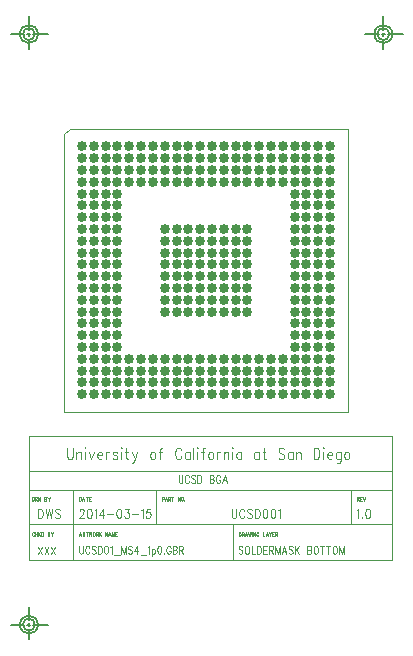
<source format=gbr>
*
*
G04 PADS 9.5 Build Number: 522968 generated Gerber (RS-274-X) file*
G04 PC Version=2.1*
*
%IN "UCSD001-BGA_5mm_2014-03"*%
*
%MOMM*%
*
%FSLAX33Y33*%
*
*
*
*
G04 PC Standard Apertures*
*
*
G04 Thermal Relief Aperture macro.*
%AMTER*
1,1,$1,0,0*
1,0,$1-$2,0,0*
21,0,$3,$4,0,0,45*
21,0,$3,$4,0,0,135*
%
*
*
G04 Annular Aperture macro.*
%AMANN*
1,1,$1,0,0*
1,0,$2,0,0*
%
*
*
G04 Odd Aperture macro.*
%AMODD*
1,1,$1,0,0*
1,0,$1-0.005,0,0*
%
*
*
G04 PC Custom Aperture Macros*
*
*
*
*
*
*
G04 PC Aperture Table*
*
%ADD010C,0.0254*%
%ADD013C,0.05*%
%ADD018C,0.1*%
%ADD023C,0.08814*%
%ADD024C,0.1778*%
%ADD026C,0.854*%
*
*
*
*
G04 PC Circuitry*
G04 Layer Name UCSD001-BGA_5mm_2014-03 - circuitry*
%LPD*%
*
*
G04 PC Custom Flashes*
G04 Layer Name UCSD001-BGA_5mm_2014-03 - flashes*
%LPD*%
*
*
G04 PC Circuitry*
G04 Layer Name UCSD001-BGA_5mm_2014-03 - circuitry*
%LPD*%
*
G54D10*
G54D13*
G01X162762Y130828D02*
Y130500D01*
Y130828D02*
X162864D01*
X162864D02*
X162898Y130812D01*
X162898D02*
X162910Y130796D01*
X162910D02*
X162921Y130765D01*
X162921D02*
Y130734D01*
X162921D02*
X162910Y130703D01*
X162898Y130687*
X162898D02*
X162864Y130671D01*
X162864D02*
X162762D01*
X162842D02*
X162921Y130500D01*
X163023Y130828D02*
Y130500D01*
Y130828D02*
X163171D01*
X163023Y130671D02*
X163114D01*
X163023Y130500D02*
X163171D01*
X163273Y130828D02*
X163364Y130500D01*
X163455Y130828D02*
X163364Y130500D01*
X152762Y127828D02*
Y127500D01*
Y127828D02*
X152842D01*
X152876Y127812*
X152876D02*
X152898Y127781D01*
X152898D02*
X152910Y127750D01*
X152921Y127703*
X152921D02*
Y127625D01*
X152921D02*
X152910Y127578D01*
X152898Y127546*
X152898D02*
X152876Y127515D01*
X152876D02*
X152842Y127500D01*
X152762*
X153023Y127828D02*
Y127500D01*
Y127828D02*
X153126D01*
X153160Y127812*
X153160D02*
X153171Y127796D01*
X153171D02*
X153182Y127765D01*
X153182D02*
Y127734D01*
X153182D02*
X153171Y127703D01*
X153171D02*
X153160Y127687D01*
X153160D02*
X153126Y127671D01*
X153126D02*
X153023D01*
X153103D02*
X153182Y127500D01*
X153376Y127828D02*
X153285Y127500D01*
X153376Y127828D02*
X153467Y127500D01*
X153319Y127609D02*
X153432D01*
X153569Y127828D02*
X153626Y127500D01*
X153682Y127828D02*
X153626Y127500D01*
X153682Y127828D02*
X153739Y127500D01*
X153796Y127828D02*
X153739Y127500D01*
X153898Y127828D02*
Y127500D01*
X154001Y127828D02*
Y127500D01*
Y127828D02*
X154160Y127500D01*
Y127828D02*
Y127500D01*
X154432Y127750D02*
X154421Y127781D01*
X154421D02*
X154398Y127812D01*
X154398D02*
X154376Y127828D01*
X154330*
X154330D02*
X154307Y127812D01*
X154307D02*
X154285Y127781D01*
X154273Y127750*
X154273D02*
X154262Y127703D01*
Y127625*
X154273Y127578*
X154273D02*
X154285Y127546D01*
X154285D02*
X154307Y127515D01*
X154307D02*
X154330Y127500D01*
X154330D02*
X154376D01*
X154398Y127515*
X154398D02*
X154421Y127546D01*
X154421D02*
X154432Y127578D01*
X154432D02*
Y127625D01*
X154376D02*
X154432D01*
X154796Y127828D02*
Y127500D01*
X154796D02*
X154932D01*
X155126Y127828D02*
X155035Y127500D01*
X155126Y127828D02*
X155217Y127500D01*
X155069Y127609D02*
X155182D01*
X155319Y127828D02*
X155410Y127671D01*
X155410D02*
Y127500D01*
X155501Y127828D02*
X155410Y127671D01*
X155603Y127828D02*
Y127500D01*
Y127828D02*
X155751D01*
X155603Y127671D02*
X155694D01*
X155603Y127500D02*
X155751D01*
X155853Y127828D02*
Y127500D01*
Y127828D02*
X155955D01*
X155955D02*
X155989Y127812D01*
X155989D02*
X156001Y127796D01*
X156001D02*
X156012Y127765D01*
X156012D02*
Y127734D01*
X156001Y127703*
X155989Y127687*
X155989D02*
X155955Y127671D01*
X155955D02*
X155853D01*
X155932D02*
X156012Y127500D01*
X146262Y130828D02*
Y130500D01*
Y130828D02*
X146364D01*
X146364D02*
X146398Y130812D01*
X146398D02*
X146410Y130796D01*
X146410D02*
X146421Y130765D01*
X146421D02*
Y130718D01*
X146421D02*
X146410Y130687D01*
X146410D02*
X146398Y130671D01*
X146398D02*
X146364Y130656D01*
X146364D02*
X146262D01*
X146614Y130828D02*
X146523Y130500D01*
X146614Y130828D02*
X146705Y130500D01*
X146557Y130609D02*
X146671D01*
X146807Y130828D02*
Y130500D01*
Y130828D02*
X146910D01*
X146944Y130812*
X146944D02*
X146955Y130796D01*
X146955D02*
X146967Y130765D01*
X146967D02*
Y130734D01*
X146955Y130703*
X146955D02*
X146944Y130687D01*
X146944D02*
X146910Y130671D01*
X146910D02*
X146807D01*
X146887D02*
X146967Y130500D01*
X147148Y130828D02*
Y130500D01*
X147069Y130828D02*
X147228D01*
X147592D02*
Y130500D01*
Y130828D02*
X147751Y130500D01*
Y130828D02*
Y130500D01*
X147921Y130828D02*
X147898Y130812D01*
X147898D02*
X147876Y130781D01*
X147864Y130750*
X147864D02*
X147853Y130703D01*
Y130625*
X147864Y130578*
X147864D02*
X147876Y130546D01*
X147876D02*
X147898Y130515D01*
X147898D02*
X147921Y130500D01*
X147921D02*
X147967D01*
X147989Y130515*
X147989D02*
X148012Y130546D01*
X148012D02*
X148023Y130578D01*
X148023D02*
X148035Y130625D01*
Y130703*
X148023Y130750*
X148023D02*
X148012Y130781D01*
X147989Y130812*
X147989D02*
X147967Y130828D01*
X147921*
X148148Y130531D02*
X148137Y130515D01*
X148137D02*
X148148Y130500D01*
X148148D02*
X148160Y130515D01*
X148160D02*
X148148Y130531D01*
X139353Y127828D02*
X139262Y127500D01*
X139353Y127828D02*
X139444Y127500D01*
X139296Y127609D02*
X139410D01*
X139546Y127828D02*
Y127500D01*
Y127828D02*
X139648D01*
X139648D02*
X139682Y127812D01*
X139682D02*
X139694Y127796D01*
X139694D02*
X139705Y127765D01*
X139705D02*
Y127734D01*
X139705D02*
X139694Y127703D01*
X139682Y127687*
X139682D02*
X139648Y127671D01*
X139648D02*
X139546D01*
X139626D02*
X139705Y127500D01*
X139887Y127828D02*
Y127500D01*
X139807Y127828D02*
X139967D01*
X140069D02*
X140126Y127500D01*
X140182Y127828D02*
X140126Y127500D01*
X140182Y127828D02*
X140239Y127500D01*
X140296Y127828D02*
X140239Y127500D01*
X140467Y127828D02*
X140444Y127812D01*
X140444D02*
X140421Y127781D01*
X140421D02*
X140410Y127750D01*
X140398Y127703*
X140398D02*
Y127625D01*
X140398D02*
X140410Y127578D01*
X140421Y127546*
X140421D02*
X140444Y127515D01*
X140444D02*
X140467Y127500D01*
X140512*
X140535Y127515*
X140535D02*
X140557Y127546D01*
X140557D02*
X140569Y127578D01*
X140580Y127625*
X140580D02*
Y127703D01*
X140580D02*
X140569Y127750D01*
X140557Y127781*
X140557D02*
X140535Y127812D01*
X140535D02*
X140512Y127828D01*
X140467*
X140682D02*
Y127500D01*
Y127828D02*
X140785D01*
X140819Y127812*
X140819D02*
X140830Y127796D01*
X140830D02*
X140842Y127765D01*
X140842D02*
Y127734D01*
X140830Y127703*
X140830D02*
X140819Y127687D01*
X140819D02*
X140785Y127671D01*
X140785D02*
X140682D01*
X140762D02*
X140842Y127500D01*
X140944Y127828D02*
Y127500D01*
X141103Y127828D02*
X140944Y127609D01*
X141001Y127687D02*
X141103Y127500D01*
X141467Y127828D02*
Y127500D01*
Y127828D02*
X141626Y127500D01*
Y127828D02*
Y127500D01*
X141819Y127828D02*
X141728Y127500D01*
X141819Y127828D02*
X141910Y127500D01*
X141762Y127609D02*
X141876D01*
X142012Y127828D02*
Y127500D01*
Y127828D02*
X142103Y127500D01*
X142194Y127828D02*
X142103Y127500D01*
X142194Y127828D02*
Y127500D01*
X142296Y127828D02*
Y127500D01*
Y127828D02*
X142444D01*
X142296Y127671D02*
X142387D01*
X142296Y127500D02*
X142444D01*
X139262Y130828D02*
Y130500D01*
Y130828D02*
X139342D01*
X139376Y130812*
X139376D02*
X139398Y130781D01*
X139398D02*
X139410Y130750D01*
X139421Y130703*
X139421D02*
Y130625D01*
X139421D02*
X139410Y130578D01*
X139398Y130546*
X139398D02*
X139376Y130515D01*
X139376D02*
X139342Y130500D01*
X139262*
X139614Y130828D02*
X139523Y130500D01*
X139614Y130828D02*
X139705Y130500D01*
X139557Y130609D02*
X139671D01*
X139887Y130828D02*
Y130500D01*
X139807Y130828D02*
X139967D01*
X140069D02*
Y130500D01*
Y130828D02*
X140217D01*
X140069Y130671D02*
X140160D01*
X140069Y130500D02*
X140217D01*
X135432Y127750D02*
X135421Y127781D01*
X135421D02*
X135398Y127812D01*
X135398D02*
X135376Y127828D01*
X135330*
X135330D02*
X135307Y127812D01*
X135307D02*
X135285Y127781D01*
X135273Y127750*
X135273D02*
X135262Y127703D01*
Y127625*
X135273Y127578*
X135273D02*
X135285Y127546D01*
X135285D02*
X135307Y127515D01*
X135307D02*
X135330Y127500D01*
X135330D02*
X135376D01*
X135398Y127515*
X135398D02*
X135421Y127546D01*
X135421D02*
X135432Y127578D01*
X135535Y127828D02*
Y127500D01*
X135694Y127828D02*
Y127500D01*
X135535Y127671D02*
X135694D01*
X135796Y127828D02*
Y127500D01*
X135955Y127828D02*
X135796Y127609D01*
X135853Y127687D02*
X135955Y127500D01*
X136057Y127828D02*
Y127500D01*
Y127828D02*
X136137D01*
X136171Y127812*
X136171D02*
X136194Y127781D01*
X136205Y127750*
X136205D02*
X136217Y127703D01*
Y127625*
X136205Y127578*
X136205D02*
X136194Y127546D01*
X136194D02*
X136171Y127515D01*
X136171D02*
X136137Y127500D01*
X136057*
X136580Y127828D02*
Y127500D01*
Y127828D02*
X136682D01*
X136682D02*
X136717Y127812D01*
X136717D02*
X136728Y127796D01*
X136728D02*
X136739Y127765D01*
X136739D02*
Y127734D01*
X136739D02*
X136728Y127703D01*
X136717Y127687*
X136717D02*
X136682Y127671D01*
X136580D02*
X136682D01*
X136682D02*
X136717Y127656D01*
X136728Y127640*
X136728D02*
X136739Y127609D01*
X136739D02*
Y127562D01*
X136739D02*
X136728Y127531D01*
X136717Y127515*
X136717D02*
X136682Y127500D01*
X136682D02*
X136580D01*
X136842Y127828D02*
X136932Y127671D01*
X136932D02*
Y127500D01*
X137023Y127828D02*
X136932Y127671D01*
X135262Y130828D02*
Y130500D01*
Y130828D02*
X135342D01*
X135376Y130812*
X135376D02*
X135398Y130781D01*
X135398D02*
X135410Y130750D01*
X135421Y130703*
X135421D02*
Y130625D01*
X135421D02*
X135410Y130578D01*
X135398Y130546*
X135398D02*
X135376Y130515D01*
X135376D02*
X135342Y130500D01*
X135262*
X135523Y130828D02*
Y130500D01*
Y130828D02*
X135626D01*
X135660Y130812*
X135660D02*
X135671Y130796D01*
X135671D02*
X135682Y130765D01*
X135682D02*
Y130734D01*
X135682D02*
X135671Y130703D01*
X135671D02*
X135660Y130687D01*
X135660D02*
X135626Y130671D01*
X135626D02*
X135523D01*
X135603D02*
X135682Y130500D01*
X135785Y130828D02*
Y130500D01*
Y130828D02*
X135944Y130500D01*
Y130828D02*
Y130500D01*
X136307Y130828D02*
Y130500D01*
Y130828D02*
X136410D01*
X136444Y130812*
X136444D02*
X136455Y130796D01*
X136455D02*
X136467Y130765D01*
X136467D02*
Y130734D01*
X136455Y130703*
X136455D02*
X136444Y130687D01*
X136444D02*
X136410Y130671D01*
X136307D02*
X136410D01*
X136410D02*
X136444Y130656D01*
X136455Y130640*
X136455D02*
X136467Y130609D01*
Y130562*
X136467D02*
X136455Y130531D01*
X136455D02*
X136444Y130515D01*
X136444D02*
X136410Y130500D01*
X136307*
X136569Y130828D02*
X136660Y130671D01*
X136660D02*
Y130500D01*
X136751Y130828D02*
X136660Y130671D01*
G54D18*
X135000Y128500D02*
X138762D01*
Y131410*
X135000*
Y128500*
Y125500D02*
X138762D01*
Y128500*
X135000*
Y125500*
X138762Y128500D02*
X145762D01*
Y131410*
X138762*
Y128500*
Y125500D02*
X152262D01*
Y128500*
Y125500D02*
X165762D01*
Y128500*
X152262*
Y125500*
X145762Y128500D02*
X162262D01*
Y131410*
X145762*
Y128500*
X134999Y131410D02*
X165762D01*
Y133000*
X134999*
X134999D02*
Y131410D01*
Y133000D02*
X165762D01*
Y136000*
X134999*
X134999D02*
Y133000D01*
X163762Y128500D02*
X165762D01*
Y131410*
X162262*
Y128500*
X135762Y129820D02*
Y129000D01*
Y129820D02*
X135961D01*
X136046Y129781*
X136046D02*
X136103Y129703D01*
X136131Y129625*
X136131D02*
X136160Y129507D01*
X136160D02*
Y129312D01*
X136160D02*
X136131Y129195D01*
X136131D02*
X136103Y129117D01*
X136046Y129039*
X136046D02*
X135961Y129000D01*
X135762*
X136415Y129820D02*
X136557Y129000D01*
X136699Y129820D02*
X136557Y129000D01*
X136699Y129820D02*
X136842Y129000D01*
X136984Y129820D02*
X136842Y129000D01*
X137637Y129703D02*
X137580Y129781D01*
X137580D02*
X137495Y129820D01*
X137381*
X137381D02*
X137296Y129781D01*
X137296D02*
X137239Y129703D01*
X137239D02*
Y129625D01*
X137239D02*
X137268Y129546D01*
X137268D02*
X137296Y129507D01*
X137296D02*
X137353Y129468D01*
X137353D02*
X137523Y129390D01*
X137523D02*
X137580Y129351D01*
X137580D02*
X137609Y129312D01*
X137609D02*
X137637Y129234D01*
Y129117*
X137580Y129039*
X137580D02*
X137495Y129000D01*
X137381*
X137381D02*
X137296Y129039D01*
X137296D02*
X137239Y129117D01*
X147682Y132656D02*
Y132187D01*
X147682D02*
X147705Y132093D01*
X147705D02*
X147751Y132031D01*
X147819Y132000*
X147864*
X147864D02*
X147932Y132031D01*
X147932D02*
X147978Y132093D01*
X147978D02*
X148001Y132187D01*
X148001D02*
Y132656D01*
X148546Y132500D02*
X148523Y132562D01*
X148523D02*
X148478Y132625D01*
X148432Y132656*
X148432D02*
X148342D01*
X148296Y132625*
X148296D02*
X148251Y132562D01*
X148251D02*
X148228Y132500D01*
X148205Y132406*
X148205D02*
Y132250D01*
X148205D02*
X148228Y132156D01*
X148251Y132093*
X148251D02*
X148296Y132031D01*
X148296D02*
X148342Y132000D01*
X148432*
X148432D02*
X148478Y132031D01*
X148523Y132093*
X148523D02*
X148546Y132156D01*
X149069Y132562D02*
X149023Y132625D01*
X149023D02*
X148955Y132656D01*
X148955D02*
X148864D01*
X148864D02*
X148796Y132625D01*
X148796D02*
X148751Y132562D01*
X148751D02*
Y132500D01*
X148773Y132437*
X148773D02*
X148796Y132406D01*
X148796D02*
X148842Y132375D01*
X148978Y132312*
X148978D02*
X149023Y132281D01*
X149023D02*
X149046Y132250D01*
X149046D02*
X149069Y132187D01*
X149069D02*
Y132093D01*
X149069D02*
X149023Y132031D01*
X149023D02*
X148955Y132000D01*
X148955D02*
X148864D01*
X148864D02*
X148796Y132031D01*
X148796D02*
X148751Y132093D01*
X149273Y132656D02*
Y132000D01*
Y132656D02*
X149432D01*
X149432D02*
X149501Y132625D01*
X149546Y132562*
X149546D02*
X149569Y132500D01*
X149592Y132406*
Y132250*
X149569Y132156*
X149546Y132093*
X149546D02*
X149501Y132031D01*
X149432Y132000*
X149432D02*
X149273D01*
X150319Y132656D02*
Y132000D01*
Y132656D02*
X150523D01*
X150523D02*
X150592Y132625D01*
X150614Y132593*
X150614D02*
X150637Y132531D01*
Y132468*
X150637D02*
X150614Y132406D01*
X150614D02*
X150592Y132375D01*
X150523Y132343*
X150319D02*
X150523D01*
X150523D02*
X150592Y132312D01*
X150592D02*
X150614Y132281D01*
X150614D02*
X150637Y132218D01*
X150637D02*
Y132125D01*
X150614Y132062*
X150614D02*
X150592Y132031D01*
X150523Y132000*
X150523D02*
X150319D01*
X151182Y132500D02*
X151160Y132562D01*
X151160D02*
X151114Y132625D01*
X151114D02*
X151069Y132656D01*
X150978*
X150932Y132625*
X150932D02*
X150887Y132562D01*
X150887D02*
X150864Y132500D01*
X150864D02*
X150842Y132406D01*
Y132250*
X150864Y132156*
X150864D02*
X150887Y132093D01*
X150887D02*
X150932Y132031D01*
X150932D02*
X150978Y132000D01*
X151069*
X151114Y132031*
X151114D02*
X151160Y132093D01*
X151160D02*
X151182Y132156D01*
X151182D02*
Y132250D01*
X151069D02*
X151182D01*
X151569Y132656D02*
X151387Y132000D01*
X151569Y132656D02*
X151751Y132000D01*
X151455Y132218D02*
X151682D01*
X138245Y134984D02*
Y134281D01*
X138279Y134140*
X138279D02*
X138347Y134046D01*
X138347D02*
X138449Y134000D01*
X138449D02*
X138518D01*
X138620Y134046*
X138620D02*
X138688Y134140D01*
X138688D02*
X138722Y134281D01*
X138722D02*
Y134984D01*
X139029Y134656D02*
Y134000D01*
Y134468D02*
X139131Y134609D01*
X139131D02*
X139199Y134656D01*
X139199D02*
X139302D01*
X139370Y134609*
X139404Y134468*
X139404D02*
Y134000D01*
X139711Y134984D02*
X139745Y134937D01*
X139745D02*
X139779Y134984D01*
X139779D02*
X139745Y135031D01*
X139711Y134984*
X139745Y134656D02*
Y134000D01*
X140086Y134656D02*
X140290Y134000D01*
X140495Y134656D02*
X140290Y134000D01*
X140802Y134375D02*
X141211D01*
Y134468*
X141211D02*
X141177Y134562D01*
X141177D02*
X141143Y134609D01*
X141074Y134656*
X141074D02*
X140972D01*
X140972D02*
X140904Y134609D01*
X140904D02*
X140836Y134515D01*
X140836D02*
X140802Y134375D01*
Y134281*
X140836Y134140*
X140836D02*
X140904Y134046D01*
X140904D02*
X140972Y134000D01*
X140972D02*
X141074D01*
X141074D02*
X141143Y134046D01*
X141143D02*
X141211Y134140D01*
X141518Y134656D02*
Y134000D01*
Y134375D02*
X141552Y134515D01*
X141552D02*
X141620Y134609D01*
X141688Y134656*
X141688D02*
X141790D01*
X142472Y134515D02*
X142438Y134609D01*
X142438D02*
X142336Y134656D01*
X142234*
X142131Y134609*
X142131D02*
X142097Y134515D01*
X142097D02*
X142131Y134421D01*
X142131D02*
X142199Y134375D01*
X142199D02*
X142370Y134328D01*
X142438Y134281*
X142438D02*
X142472Y134187D01*
X142472D02*
Y134140D01*
X142472D02*
X142438Y134046D01*
X142438D02*
X142336Y134000D01*
X142234*
X142131Y134046*
X142131D02*
X142097Y134140D01*
X142779Y134984D02*
X142813Y134937D01*
X142813D02*
X142847Y134984D01*
X142847D02*
X142813Y135031D01*
X142813D02*
X142779Y134984D01*
X142813Y134656D02*
Y134000D01*
X143256Y134984D02*
Y134187D01*
X143256D02*
X143290Y134046D01*
X143290D02*
X143359Y134000D01*
X143427*
X143154Y134656D02*
X143393D01*
X143768D02*
X143972Y134000D01*
X144177Y134656D02*
X143972Y134000D01*
X143972D02*
X143904Y133812D01*
X143904D02*
X143836Y133718D01*
X143836D02*
X143768Y133671D01*
X143768D02*
X143734D01*
X145438Y134656D02*
X145370Y134609D01*
X145302Y134515*
X145302D02*
X145268Y134375D01*
Y134281*
X145302Y134140*
X145302D02*
X145370Y134046D01*
X145370D02*
X145438Y134000D01*
X145438D02*
X145540D01*
X145540D02*
X145609Y134046D01*
X145609D02*
X145677Y134140D01*
X145677D02*
X145711Y134281D01*
Y134375*
X145677Y134515*
X145677D02*
X145609Y134609D01*
X145540Y134656*
X145540D02*
X145438D01*
X146290Y134984D02*
X146222D01*
X146222D02*
X146154Y134937D01*
X146154D02*
X146120Y134796D01*
X146120D02*
Y134000D01*
X146018Y134656D02*
X146256D01*
X147893Y134750D02*
X147859Y134843D01*
X147859D02*
X147790Y134937D01*
X147790D02*
X147722Y134984D01*
X147722D02*
X147586D01*
X147518Y134937*
X147518D02*
X147449Y134843D01*
X147449D02*
X147415Y134750D01*
X147415D02*
X147381Y134609D01*
X147381D02*
Y134375D01*
X147381D02*
X147415Y134234D01*
X147415D02*
X147449Y134140D01*
X147449D02*
X147518Y134046D01*
X147518D02*
X147586Y134000D01*
X147722*
X147722D02*
X147790Y134046D01*
X147790D02*
X147859Y134140D01*
X147859D02*
X147893Y134234D01*
X148609Y134656D02*
Y134000D01*
Y134515D02*
X148540Y134609D01*
X148540D02*
X148472Y134656D01*
X148472D02*
X148370D01*
X148302Y134609*
X148234Y134515*
X148234D02*
X148199Y134375D01*
X148199D02*
Y134281D01*
X148199D02*
X148234Y134140D01*
X148234D02*
X148302Y134046D01*
X148302D02*
X148370Y134000D01*
X148472*
X148472D02*
X148540Y134046D01*
X148540D02*
X148609Y134140D01*
X148915Y134984D02*
Y134000D01*
X149222Y134984D02*
X149256Y134937D01*
X149256D02*
X149290Y134984D01*
X149290D02*
X149256Y135031D01*
X149256D02*
X149222Y134984D01*
X149256Y134656D02*
Y134000D01*
X149870Y134984D02*
X149802D01*
X149734Y134937*
X149734D02*
X149699Y134796D01*
X149699D02*
Y134000D01*
X149597Y134656D02*
X149836D01*
X150347D02*
X150279Y134609D01*
X150279D02*
X150211Y134515D01*
X150211D02*
X150177Y134375D01*
Y134281*
X150211Y134140*
X150211D02*
X150279Y134046D01*
X150279D02*
X150347Y134000D01*
X150347D02*
X150449D01*
X150449D02*
X150518Y134046D01*
X150518D02*
X150586Y134140D01*
X150586D02*
X150620Y134281D01*
Y134375*
X150586Y134515*
X150586D02*
X150518Y134609D01*
X150449Y134656*
X150449D02*
X150347D01*
X150927D02*
Y134000D01*
Y134375D02*
X150961Y134515D01*
X150961D02*
X151029Y134609D01*
X151029D02*
X151097Y134656D01*
X151097D02*
X151199D01*
X151506D02*
Y134000D01*
Y134468D02*
X151609Y134609D01*
X151677Y134656*
X151779*
X151779D02*
X151847Y134609D01*
X151847D02*
X151881Y134468D01*
X151881D02*
Y134000D01*
X152188Y134984D02*
X152222Y134937D01*
X152222D02*
X152256Y134984D01*
X152256D02*
X152222Y135031D01*
X152222D02*
X152188Y134984D01*
X152222Y134656D02*
Y134000D01*
X152972Y134656D02*
Y134000D01*
Y134515D02*
X152904Y134609D01*
X152904D02*
X152836Y134656D01*
X152734*
X152665Y134609*
X152665D02*
X152597Y134515D01*
X152597D02*
X152563Y134375D01*
X152563D02*
Y134281D01*
X152563D02*
X152597Y134140D01*
X152597D02*
X152665Y134046D01*
X152665D02*
X152734Y134000D01*
X152836*
X152904Y134046*
X152904D02*
X152972Y134140D01*
X154472Y134656D02*
Y134000D01*
Y134515D02*
X154404Y134609D01*
X154404D02*
X154336Y134656D01*
X154234*
X154165Y134609*
X154165D02*
X154097Y134515D01*
X154097D02*
X154063Y134375D01*
X154063D02*
Y134281D01*
X154063D02*
X154097Y134140D01*
X154097D02*
X154165Y134046D01*
X154165D02*
X154234Y134000D01*
X154336*
X154404Y134046*
X154404D02*
X154472Y134140D01*
X154881Y134984D02*
Y134187D01*
X154881D02*
X154915Y134046D01*
X154915D02*
X154984Y134000D01*
X155052*
X154779Y134656D02*
X155018D01*
X156620Y134843D02*
X156552Y134937D01*
X156552D02*
X156449Y134984D01*
X156449D02*
X156313D01*
X156313D02*
X156211Y134937D01*
X156211D02*
X156143Y134843D01*
X156143D02*
Y134750D01*
X156177Y134656*
X156211Y134609*
X156279Y134562*
X156279D02*
X156484Y134468D01*
X156484D02*
X156552Y134421D01*
X156552D02*
X156586Y134375D01*
X156620Y134281*
Y134140*
X156620D02*
X156552Y134046D01*
X156552D02*
X156449Y134000D01*
X156449D02*
X156313D01*
X156313D02*
X156211Y134046D01*
X156211D02*
X156143Y134140D01*
X157336Y134656D02*
Y134000D01*
Y134515D02*
X157268Y134609D01*
X157199Y134656*
X157199D02*
X157097D01*
X157097D02*
X157029Y134609D01*
X157029D02*
X156961Y134515D01*
X156961D02*
X156927Y134375D01*
Y134281*
X156961Y134140*
X156961D02*
X157029Y134046D01*
X157029D02*
X157097Y134000D01*
X157097D02*
X157199D01*
X157199D02*
X157268Y134046D01*
X157268D02*
X157336Y134140D01*
X157643Y134656D02*
Y134000D01*
Y134468D02*
X157745Y134609D01*
X157813Y134656*
X157813D02*
X157915D01*
X157915D02*
X157984Y134609D01*
X158018Y134468*
X158018D02*
Y134000D01*
X159109Y134984D02*
Y134000D01*
Y134984D02*
X159347D01*
X159347D02*
X159449Y134937D01*
X159449D02*
X159518Y134843D01*
X159518D02*
X159552Y134750D01*
X159586Y134609*
Y134375*
X159552Y134234*
X159518Y134140*
X159518D02*
X159449Y134046D01*
X159449D02*
X159347Y134000D01*
X159347D02*
X159109D01*
X159893Y134984D02*
X159927Y134937D01*
X159927D02*
X159961Y134984D01*
X159927Y135031*
X159893Y134984*
X159927Y134656D02*
Y134000D01*
X160268Y134375D02*
X160677D01*
Y134468*
X160677D02*
X160643Y134562D01*
X160643D02*
X160609Y134609D01*
X160540Y134656*
X160540D02*
X160438D01*
X160438D02*
X160370Y134609D01*
X160302Y134515*
X160302D02*
X160268Y134375D01*
Y134281*
X160302Y134140*
X160302D02*
X160370Y134046D01*
X160370D02*
X160438Y134000D01*
X160438D02*
X160540D01*
X160540D02*
X160609Y134046D01*
X160609D02*
X160677Y134140D01*
X161393Y134656D02*
Y133906D01*
X161359Y133765*
X161359D02*
X161324Y133718D01*
X161324D02*
X161256Y133671D01*
X161256D02*
X161154D01*
X161154D02*
X161086Y133718D01*
X161393Y134515D02*
X161324Y134609D01*
X161324D02*
X161256Y134656D01*
X161256D02*
X161154D01*
X161154D02*
X161086Y134609D01*
X161018Y134515*
X161018D02*
X160984Y134375D01*
Y134281*
X161018Y134140*
X161018D02*
X161086Y134046D01*
X161086D02*
X161154Y134000D01*
X161154D02*
X161256D01*
X161256D02*
X161324Y134046D01*
X161324D02*
X161393Y134140D01*
X161870Y134656D02*
X161802Y134609D01*
X161734Y134515*
X161734D02*
X161699Y134375D01*
X161699D02*
Y134281D01*
X161699D02*
X161734Y134140D01*
X161734D02*
X161802Y134046D01*
X161802D02*
X161870Y134000D01*
X161972*
X161972D02*
X162040Y134046D01*
X162040D02*
X162109Y134140D01*
X162109D02*
X162143Y134281D01*
Y134375*
X162109Y134515*
X162109D02*
X162040Y134609D01*
X162040D02*
X161972Y134656D01*
X161972D02*
X161870D01*
X162762Y129664D02*
X162819Y129703D01*
X162904Y129820*
X162904D02*
Y129000D01*
X163188Y129078D02*
X163160Y129039D01*
X163188Y129000*
X163188D02*
X163217Y129039D01*
X163188Y129078*
X163643Y129820D02*
X163557Y129781D01*
X163557D02*
X163501Y129664D01*
X163472Y129468*
X163472D02*
Y129351D01*
X163472D02*
X163501Y129156D01*
X163557Y129039*
X163557D02*
X163643Y129000D01*
X163699*
X163699D02*
X163785Y129039D01*
X163842Y129156*
X163870Y129351*
X163870D02*
Y129468D01*
X163870D02*
X163842Y129664D01*
X163785Y129781*
X163699Y129820*
X163699D02*
X163643D01*
X152160D02*
Y129234D01*
X152188Y129117*
X152188D02*
X152245Y129039D01*
X152330Y129000*
X152330D02*
X152387D01*
X152472Y129039*
X152472D02*
X152529Y129117D01*
X152529D02*
X152557Y129234D01*
X152557D02*
Y129820D01*
X153239Y129625D02*
X153211Y129703D01*
X153154Y129781*
X153154D02*
X153097Y129820D01*
X153097D02*
X152984D01*
X152927Y129781*
X152870Y129703*
X152842Y129625*
X152813Y129507*
X152813D02*
Y129312D01*
X152813D02*
X152842Y129195D01*
X152870Y129117*
X152927Y129039*
X152984Y129000*
X153097*
X153097D02*
X153154Y129039D01*
X153154D02*
X153211Y129117D01*
X153239Y129195*
X153893Y129703D02*
X153836Y129781D01*
X153751Y129820*
X153637*
X153552Y129781*
X153495Y129703*
Y129625*
X153523Y129546*
X153523D02*
X153552Y129507D01*
X153552D02*
X153609Y129468D01*
X153609D02*
X153779Y129390D01*
X153779D02*
X153836Y129351D01*
X153836D02*
X153864Y129312D01*
X153864D02*
X153893Y129234D01*
Y129117*
X153836Y129039*
X153751Y129000*
X153637*
X153552Y129039*
X153495Y129117*
X154148Y129820D02*
Y129000D01*
Y129820D02*
X154347D01*
X154347D02*
X154432Y129781D01*
X154432D02*
X154489Y129703D01*
X154489D02*
X154518Y129625D01*
X154546Y129507*
X154546D02*
Y129312D01*
X154546D02*
X154518Y129195D01*
X154489Y129117*
X154489D02*
X154432Y129039D01*
X154432D02*
X154347Y129000D01*
X154347D02*
X154148D01*
X154972Y129820D02*
X154887Y129781D01*
X154830Y129664*
X154830D02*
X154802Y129468D01*
X154802D02*
Y129351D01*
X154802D02*
X154830Y129156D01*
X154830D02*
X154887Y129039D01*
X154972Y129000*
X154972D02*
X155029D01*
X155029D02*
X155114Y129039D01*
X155114D02*
X155171Y129156D01*
X155171D02*
X155199Y129351D01*
X155199D02*
Y129468D01*
X155199D02*
X155171Y129664D01*
X155171D02*
X155114Y129781D01*
X155114D02*
X155029Y129820D01*
X155029D02*
X154972D01*
X155626D02*
X155540Y129781D01*
X155540D02*
X155484Y129664D01*
X155455Y129468*
X155455D02*
Y129351D01*
X155455D02*
X155484Y129156D01*
X155540Y129039*
X155540D02*
X155626Y129000D01*
X155682*
X155682D02*
X155768Y129039D01*
X155824Y129156*
X155824D02*
X155853Y129351D01*
X155853D02*
Y129468D01*
X155853D02*
X155824Y129664D01*
X155824D02*
X155768Y129781D01*
X155682Y129820*
X155682D02*
X155626D01*
X156109Y129664D02*
X156165Y129703D01*
X156165D02*
X156251Y129820D01*
Y129000*
X139290Y129625D02*
Y129664D01*
X139290D02*
X139319Y129742D01*
X139347Y129781*
X139347D02*
X139404Y129820D01*
X139404D02*
X139518D01*
X139574Y129781*
X139574D02*
X139603Y129742D01*
X139631Y129664*
X139631D02*
Y129585D01*
X139631D02*
X139603Y129507D01*
X139603D02*
X139546Y129390D01*
X139546D02*
X139262Y129000D01*
X139660*
X140086Y129820D02*
X140001Y129781D01*
X139944Y129664*
X139915Y129468*
X139915D02*
Y129351D01*
X139915D02*
X139944Y129156D01*
X140001Y129039*
X140086Y129000*
X140143*
X140228Y129039*
X140285Y129156*
X140313Y129351*
X140313D02*
Y129468D01*
X140313D02*
X140285Y129664D01*
X140228Y129781*
X140143Y129820*
X140086*
X140569Y129664D02*
X140626Y129703D01*
X140711Y129820*
Y129000*
X141251Y129820D02*
X140967Y129273D01*
X141393*
X141251Y129820D02*
Y129000D01*
X141648Y129351D02*
X142160D01*
X142586Y129820D02*
X142501Y129781D01*
X142444Y129664*
X142415Y129468*
X142415D02*
Y129351D01*
X142415D02*
X142444Y129156D01*
X142501Y129039*
X142586Y129000*
X142643*
X142728Y129039*
X142785Y129156*
X142813Y129351*
X142813D02*
Y129468D01*
X142813D02*
X142785Y129664D01*
X142728Y129781*
X142643Y129820*
X142586*
X143126D02*
X143438D01*
X143438D02*
X143268Y129507D01*
X143268D02*
X143353D01*
X143353D02*
X143410Y129468D01*
X143410D02*
X143438Y129429D01*
X143438D02*
X143467Y129312D01*
X143467D02*
Y129234D01*
X143438Y129117*
X143438D02*
X143381Y129039D01*
X143381D02*
X143296Y129000D01*
X143296D02*
X143211D01*
X143126Y129039*
X143097Y129078*
X143097D02*
X143069Y129156D01*
X143722Y129351D02*
X144234D01*
X144489Y129664D02*
X144546Y129703D01*
X144546D02*
X144631Y129820D01*
X144631D02*
Y129000D01*
X145256Y129820D02*
X144972D01*
X144972D02*
X144944Y129468D01*
X144944D02*
X144972Y129507D01*
X144972D02*
X145057Y129546D01*
X145057D02*
X145143D01*
X145143D02*
X145228Y129507D01*
X145228D02*
X145285Y129429D01*
X145285D02*
X145313Y129312D01*
X145313D02*
X145285Y129234D01*
X145256Y129117*
X145256D02*
X145199Y129039D01*
X145199D02*
X145114Y129000D01*
X145114D02*
X145029D01*
X145029D02*
X144944Y129039D01*
X144915Y129078*
X144915D02*
X144887Y129156D01*
X135762Y126546D02*
X136074Y126000D01*
Y126546D02*
X135762Y126000D01*
X136330Y126546D02*
X136643Y126000D01*
Y126546D02*
X136330Y126000D01*
X136898Y126546D02*
X137211Y126000D01*
Y126546D02*
X136898Y126000D01*
X153080Y126562D02*
X153035Y126625D01*
X152967Y126656*
X152876*
X152807Y126625*
X152807D02*
X152762Y126562D01*
X152762D02*
Y126500D01*
X152785Y126437*
X152785D02*
X152807Y126406D01*
X152807D02*
X152853Y126375D01*
X152989Y126312*
X152989D02*
X153035Y126281D01*
X153057Y126250*
X153057D02*
X153080Y126187D01*
X153080D02*
Y126093D01*
X153080D02*
X153035Y126031D01*
X152967Y126000*
X152876*
X152807Y126031*
X152807D02*
X152762Y126093D01*
X153421Y126656D02*
X153376Y126625D01*
X153330Y126562*
X153330D02*
X153307Y126500D01*
X153307D02*
X153285Y126406D01*
Y126250*
X153307Y126156*
X153307D02*
X153330Y126093D01*
X153330D02*
X153376Y126031D01*
X153421Y126000*
X153421D02*
X153512D01*
X153557Y126031*
X153557D02*
X153603Y126093D01*
X153603D02*
X153626Y126156D01*
X153648Y126250*
X153648D02*
Y126406D01*
X153648D02*
X153626Y126500D01*
X153603Y126562*
X153603D02*
X153557Y126625D01*
X153557D02*
X153512Y126656D01*
X153421*
X153853D02*
Y126000D01*
X154126*
X154330Y126656D02*
Y126000D01*
Y126656D02*
X154489D01*
X154489D02*
X154557Y126625D01*
X154557D02*
X154603Y126562D01*
X154603D02*
X154626Y126500D01*
X154648Y126406*
X154648D02*
Y126250D01*
X154648D02*
X154626Y126156D01*
X154603Y126093*
X154603D02*
X154557Y126031D01*
X154557D02*
X154489Y126000D01*
X154489D02*
X154330D01*
X154853Y126656D02*
Y126000D01*
Y126656D02*
X155148D01*
X154853Y126343D02*
X155035D01*
X154853Y126000D02*
X155148D01*
X155353Y126656D02*
Y126000D01*
Y126656D02*
X155557D01*
X155557D02*
X155626Y126625D01*
X155648Y126593*
X155648D02*
X155671Y126531D01*
X155671D02*
Y126468D01*
X155671D02*
X155648Y126406D01*
X155648D02*
X155626Y126375D01*
X155557Y126343*
X155557D02*
X155353D01*
X155512D02*
X155671Y126000D01*
X155876Y126656D02*
Y126000D01*
Y126656D02*
X156057Y126000D01*
X156239Y126656D02*
X156057Y126000D01*
X156239Y126656D02*
Y126000D01*
X156626Y126656D02*
X156444Y126000D01*
X156626Y126656D02*
X156807Y126000D01*
X156512Y126218D02*
X156739D01*
X157330Y126562D02*
X157285Y126625D01*
X157217Y126656*
X157126*
X157057Y126625*
X157057D02*
X157012Y126562D01*
X157012D02*
Y126500D01*
X157035Y126437*
X157035D02*
X157057Y126406D01*
X157057D02*
X157103Y126375D01*
X157239Y126312*
X157239D02*
X157285Y126281D01*
X157307Y126250*
X157307D02*
X157330Y126187D01*
X157330D02*
Y126093D01*
X157330D02*
X157285Y126031D01*
X157217Y126000*
X157126*
X157057Y126031*
X157057D02*
X157012Y126093D01*
X157535Y126656D02*
Y126000D01*
X157853Y126656D02*
X157535Y126218D01*
X157648Y126375D02*
X157853Y126000D01*
X158580Y126656D02*
Y126000D01*
Y126656D02*
X158785D01*
X158853Y126625*
X158876Y126593*
X158876D02*
X158898Y126531D01*
X158898D02*
Y126468D01*
X158898D02*
X158876Y126406D01*
X158853Y126375*
X158785Y126343*
X158580D02*
X158785D01*
X158785D02*
X158853Y126312D01*
X158853D02*
X158876Y126281D01*
X158898Y126218*
X158898D02*
Y126125D01*
X158898D02*
X158876Y126062D01*
X158876D02*
X158853Y126031D01*
X158785Y126000*
X158580*
X159239Y126656D02*
X159194Y126625D01*
X159148Y126562*
X159148D02*
X159126Y126500D01*
X159103Y126406*
Y126250*
X159126Y126156*
X159148Y126093*
X159148D02*
X159194Y126031D01*
X159239Y126000*
X159239D02*
X159330D01*
X159330D02*
X159376Y126031D01*
X159421Y126093*
X159421D02*
X159444Y126156D01*
X159467Y126250*
Y126406*
X159444Y126500*
X159421Y126562*
X159421D02*
X159376Y126625D01*
X159330Y126656*
X159330D02*
X159239D01*
X159830D02*
Y126000D01*
X159671Y126656D02*
X159989D01*
X160353D02*
Y126000D01*
X160194Y126656D02*
X160512D01*
X160853D02*
X160807Y126625D01*
X160807D02*
X160762Y126562D01*
X160762D02*
X160739Y126500D01*
X160739D02*
X160717Y126406D01*
Y126250*
X160739Y126156*
X160739D02*
X160762Y126093D01*
X160762D02*
X160807Y126031D01*
X160807D02*
X160853Y126000D01*
X160944*
X160989Y126031*
X160989D02*
X161035Y126093D01*
X161035D02*
X161057Y126156D01*
X161057D02*
X161080Y126250D01*
X161080D02*
Y126406D01*
X161080D02*
X161057Y126500D01*
X161057D02*
X161035Y126562D01*
X161035D02*
X160989Y126625D01*
X160989D02*
X160944Y126656D01*
X160853*
X161285D02*
Y126000D01*
Y126656D02*
X161467Y126000D01*
X161648Y126656D02*
X161467Y126000D01*
X161648Y126656D02*
Y126000D01*
X139262Y126656D02*
Y126187D01*
X139262D02*
X139285Y126093D01*
X139285D02*
X139330Y126031D01*
X139330D02*
X139398Y126000D01*
X139398D02*
X139444D01*
X139512Y126031*
X139557Y126093*
X139557D02*
X139580Y126187D01*
X139580D02*
Y126656D01*
X140126Y126500D02*
X140103Y126562D01*
X140103D02*
X140057Y126625D01*
X140057D02*
X140012Y126656D01*
X139921*
X139921D02*
X139876Y126625D01*
X139830Y126562*
X139830D02*
X139807Y126500D01*
X139807D02*
X139785Y126406D01*
Y126250*
X139807Y126156*
X139807D02*
X139830Y126093D01*
X139830D02*
X139876Y126031D01*
X139921Y126000*
X139921D02*
X140012D01*
X140057Y126031*
X140057D02*
X140103Y126093D01*
X140103D02*
X140126Y126156D01*
X140648Y126562D02*
X140603Y126625D01*
X140535Y126656*
X140444*
X140376Y126625*
X140330Y126562*
X140330D02*
Y126500D01*
X140330D02*
X140353Y126437D01*
X140353D02*
X140376Y126406D01*
X140421Y126375*
X140421D02*
X140557Y126312D01*
X140557D02*
X140603Y126281D01*
X140626Y126250*
X140648Y126187*
X140648D02*
Y126093D01*
X140648D02*
X140603Y126031D01*
X140535Y126000*
X140444*
X140376Y126031*
X140330Y126093*
X140853Y126656D02*
Y126000D01*
Y126656D02*
X141012D01*
X141080Y126625*
X141080D02*
X141126Y126562D01*
X141126D02*
X141148Y126500D01*
X141148D02*
X141171Y126406D01*
X141171D02*
Y126250D01*
X141171D02*
X141148Y126156D01*
X141148D02*
X141126Y126093D01*
X141126D02*
X141080Y126031D01*
X141080D02*
X141012Y126000D01*
X140853*
X141512Y126656D02*
X141444Y126625D01*
X141398Y126531*
X141398D02*
X141376Y126375D01*
Y126281*
X141398Y126125*
X141398D02*
X141444Y126031D01*
X141512Y126000*
X141557*
X141557D02*
X141626Y126031D01*
X141671Y126125*
X141671D02*
X141694Y126281D01*
Y126375*
X141671Y126531*
X141671D02*
X141626Y126625D01*
X141557Y126656*
X141557D02*
X141512D01*
X141898Y126531D02*
X141944Y126562D01*
X141944D02*
X142012Y126656D01*
Y126000*
X142217Y125875D02*
X142694D01*
X142830Y126656D02*
Y126000D01*
Y126656D02*
X143012Y126000D01*
X143194Y126656D02*
X143012Y126000D01*
X143194Y126656D02*
Y126000D01*
X143717Y126562D02*
X143671Y126625D01*
X143671D02*
X143603Y126656D01*
X143512*
X143444Y126625*
X143398Y126562*
X143398D02*
Y126500D01*
X143398D02*
X143421Y126437D01*
X143421D02*
X143444Y126406D01*
X143489Y126375*
X143489D02*
X143626Y126312D01*
X143626D02*
X143671Y126281D01*
X143671D02*
X143694Y126250D01*
X143717Y126187*
X143717D02*
Y126093D01*
X143717D02*
X143671Y126031D01*
X143671D02*
X143603Y126000D01*
X143512*
X143444Y126031*
X143398Y126093*
X144148Y126656D02*
X143921Y126218D01*
X143921D02*
X144262D01*
X144148Y126656D02*
Y126000D01*
X144467Y125875D02*
X144944D01*
X145080Y126531D02*
X145126Y126562D01*
X145126D02*
X145194Y126656D01*
Y126000*
X145398Y126437D02*
Y125781D01*
Y126343D02*
X145444Y126406D01*
X145489Y126437*
X145489D02*
X145557D01*
X145557D02*
X145603Y126406D01*
X145648Y126343*
X145648D02*
X145671Y126250D01*
X145671D02*
Y126187D01*
X145671D02*
X145648Y126093D01*
X145648D02*
X145603Y126031D01*
X145557Y126000*
X145557D02*
X145489D01*
X145489D02*
X145444Y126031D01*
X145398Y126093*
X146012Y126656D02*
X145944Y126625D01*
X145898Y126531*
X145898D02*
X145876Y126375D01*
Y126281*
X145898Y126125*
X145898D02*
X145944Y126031D01*
X146012Y126000*
X146057*
X146057D02*
X146126Y126031D01*
X146171Y126125*
X146171D02*
X146194Y126281D01*
Y126375*
X146171Y126531*
X146171D02*
X146126Y126625D01*
X146057Y126656*
X146057D02*
X146012D01*
X146421Y126062D02*
X146398Y126031D01*
X146398D02*
X146421Y126000D01*
X146421D02*
X146444Y126031D01*
X146421Y126062*
X146989Y126500D02*
X146967Y126562D01*
X146967D02*
X146921Y126625D01*
X146921D02*
X146876Y126656D01*
X146785*
X146739Y126625*
X146739D02*
X146694Y126562D01*
X146694D02*
X146671Y126500D01*
X146671D02*
X146648Y126406D01*
X146648D02*
Y126250D01*
X146648D02*
X146671Y126156D01*
X146671D02*
X146694Y126093D01*
X146694D02*
X146739Y126031D01*
X146739D02*
X146785Y126000D01*
X146876*
X146921Y126031*
X146921D02*
X146967Y126093D01*
X146967D02*
X146989Y126156D01*
X146989D02*
Y126250D01*
X146876D02*
X146989D01*
X147194Y126656D02*
Y126000D01*
Y126656D02*
X147398D01*
X147398D02*
X147467Y126625D01*
X147489Y126593*
X147489D02*
X147512Y126531D01*
Y126468*
X147512D02*
X147489Y126406D01*
X147489D02*
X147467Y126375D01*
X147398Y126343*
X147194D02*
X147398D01*
X147398D02*
X147467Y126312D01*
X147467D02*
X147489Y126281D01*
X147489D02*
X147512Y126218D01*
X147512D02*
Y126125D01*
X147489Y126062*
X147489D02*
X147467Y126031D01*
X147398Y126000*
X147398D02*
X147194D01*
X147717Y126656D02*
Y126000D01*
Y126656D02*
X147921D01*
X147921D02*
X147989Y126625D01*
X147989D02*
X148012Y126593D01*
X148012D02*
X148035Y126531D01*
Y126468*
X148035D02*
X148012Y126406D01*
X147989Y126375*
X147989D02*
X147921Y126343D01*
X147921D02*
X147717D01*
X147876D02*
X148035Y126000D01*
G54D23*
X138000Y138000D02*
X162000D01*
Y162000*
X138500*
X138000Y161500*
Y138000*
G54D24*
X135000Y170000D02*
Y170127D01*
Y170000D02*
X135127D01*
X135000D02*
Y169873D01*
Y170000D02*
X134873D01*
X135381D02*
X136651D01*
X135000Y169619D02*
Y168755D01*
Y170381D02*
Y171524D01*
X133476Y170000D02*
X134619D01*
X135762D02*
G75*
G03X135762I-762J0D01*
G01X135508D02*
G03X135508I-508J0D01*
G01X135000Y120000D02*
Y120127D01*
Y120000D02*
X135127D01*
X135000D02*
Y119873D01*
Y120000D02*
X134873D01*
X135381D02*
X136651D01*
X135000Y119619D02*
Y118755D01*
Y120381D02*
Y121524D01*
X133476Y120000D02*
X134619D01*
X135762D02*
G03X135762I-762J0D01*
G01X135508D02*
G03X135508I-508J0D01*
G01X165000Y170000D02*
Y170127D01*
Y170000D02*
X165127D01*
X165000D02*
Y169873D01*
Y170000D02*
X164873D01*
X165381D02*
X166651D01*
X165000Y169619D02*
Y168755D01*
Y170381D02*
Y171524D01*
X163476Y170000D02*
X164619D01*
X165762D02*
G03X165762I-762J0D01*
G01X165508D02*
G03X165508I-508J0D01*
G54D26*
G01X139500Y160500D03*
X140500D03*
X141500D03*
X142500D03*
X143500D03*
X144500D03*
X145500D03*
X146500D03*
X147500D03*
X148500D03*
X149500D03*
X150500D03*
X151500D03*
X152500D03*
X153500D03*
X154500D03*
X155500D03*
X156500D03*
X157500D03*
X158500D03*
X159500D03*
X160500D03*
X139500Y159500D03*
X140500D03*
X141500D03*
X142500D03*
X143500D03*
X144500D03*
X145500D03*
X146500D03*
X147500D03*
X148500D03*
X149500D03*
X150500D03*
X151500D03*
X152500D03*
X153500D03*
X154500D03*
X155500D03*
X156500D03*
X157500D03*
X158500D03*
X159500D03*
X160500D03*
X139500Y158500D03*
X140500D03*
X141500D03*
X142500D03*
X143500D03*
X144500D03*
X145500D03*
X146500D03*
X147500D03*
X148500D03*
X149500D03*
X150500D03*
X151500D03*
X152500D03*
X153500D03*
X154500D03*
X155500D03*
X156500D03*
X157500D03*
X158500D03*
X159500D03*
X160500D03*
X139500Y157500D03*
X140500D03*
X141500D03*
X142500D03*
X143500D03*
X144500D03*
X145500D03*
X146500D03*
X147500D03*
X148500D03*
X149500D03*
X150500D03*
X151500D03*
X152500D03*
X153500D03*
X154500D03*
X155500D03*
X156500D03*
X157500D03*
X158500D03*
X159500D03*
X160500D03*
X139500Y156500D03*
X140500D03*
X141500D03*
X142500D03*
X157500D03*
X158500D03*
X159500D03*
X160500D03*
X139500Y155500D03*
X140500D03*
X141500D03*
X142500D03*
X157500D03*
X158500D03*
X159500D03*
X160500D03*
X139500Y154500D03*
X140500D03*
X141500D03*
X142500D03*
X157500D03*
X158500D03*
X159500D03*
X160500D03*
X139500Y153500D03*
X140500D03*
X141500D03*
X142500D03*
X146500D03*
X147500D03*
X148500D03*
X149500D03*
X150500D03*
X151500D03*
X152500D03*
X153500D03*
X157500D03*
X158500D03*
X159500D03*
X160500D03*
X139500Y152500D03*
X140500D03*
X141500D03*
X142500D03*
X146500D03*
X147500D03*
X148500D03*
X149500D03*
X150500D03*
X151500D03*
X152500D03*
X153500D03*
X157500D03*
X158500D03*
X159500D03*
X160500D03*
X139500Y151500D03*
X140500D03*
X141500D03*
X142500D03*
X146500D03*
X147500D03*
X148500D03*
X149500D03*
X150500D03*
X151500D03*
X152500D03*
X153500D03*
X157500D03*
X158500D03*
X159500D03*
X160500D03*
X139500Y150500D03*
X140500D03*
X141500D03*
X142500D03*
X146500D03*
X147500D03*
X148500D03*
X149500D03*
X150500D03*
X151500D03*
X152500D03*
X153500D03*
X157500D03*
X158500D03*
X159500D03*
X160500D03*
X139500Y149500D03*
X140500D03*
X141500D03*
X142500D03*
X146500D03*
X147500D03*
X148500D03*
X149500D03*
X150500D03*
X151500D03*
X152500D03*
X153500D03*
X157500D03*
X158500D03*
X159500D03*
X160500D03*
X139500Y148500D03*
X140500D03*
X141500D03*
X142500D03*
X146500D03*
X147500D03*
X148500D03*
X149500D03*
X150500D03*
X151500D03*
X152500D03*
X153500D03*
X157500D03*
X158500D03*
X159500D03*
X160500D03*
X139500Y147500D03*
X140500D03*
X141500D03*
X142500D03*
X146500D03*
X147500D03*
X148500D03*
X149500D03*
X150500D03*
X151500D03*
X152500D03*
X153500D03*
X157500D03*
X158500D03*
X159500D03*
X160500D03*
X139500Y146500D03*
X140500D03*
X141500D03*
X142500D03*
X146500D03*
X147500D03*
X148500D03*
X149500D03*
X150500D03*
X151500D03*
X152500D03*
X153500D03*
X157500D03*
X158500D03*
X159500D03*
X160500D03*
X139500Y145500D03*
X140500D03*
X141500D03*
X142500D03*
X157500D03*
X158500D03*
X159500D03*
X160500D03*
X139500Y144500D03*
X140500D03*
X141500D03*
X142500D03*
X157500D03*
X158500D03*
X159500D03*
X160500D03*
X139500Y143500D03*
X140500D03*
X141500D03*
X142500D03*
X157500D03*
X158500D03*
X159500D03*
X160500D03*
X139500Y142500D03*
X140500D03*
X141500D03*
X142500D03*
X143500D03*
X144500D03*
X145500D03*
X146500D03*
X147500D03*
X148500D03*
X149500D03*
X150500D03*
X151500D03*
X152500D03*
X153500D03*
X154500D03*
X155500D03*
X156500D03*
X157500D03*
X158500D03*
X159500D03*
X160500D03*
X139500Y141500D03*
X140500D03*
X141500D03*
X142500D03*
X143500D03*
X144500D03*
X145500D03*
X146500D03*
X147500D03*
X148500D03*
X149500D03*
X150500D03*
X151500D03*
X152500D03*
X153500D03*
X154500D03*
X155500D03*
X156500D03*
X157500D03*
X158500D03*
X159500D03*
X160500D03*
X139500Y140500D03*
X140500D03*
X141500D03*
X142500D03*
X143500D03*
X144500D03*
X145500D03*
X146500D03*
X147500D03*
X148500D03*
X149500D03*
X150500D03*
X151500D03*
X152500D03*
X153500D03*
X154500D03*
X155500D03*
X156500D03*
X157500D03*
X158500D03*
X159500D03*
X160500D03*
X139500Y139500D03*
X140500D03*
X141500D03*
X142500D03*
X143500D03*
X144500D03*
X145500D03*
X146500D03*
X147500D03*
X148500D03*
X149500D03*
X150500D03*
X151500D03*
X152500D03*
X153500D03*
X154500D03*
X155500D03*
X156500D03*
X157500D03*
X158500D03*
X159500D03*
X160500D03*
G74*
X0Y0D02*
M02*

</source>
